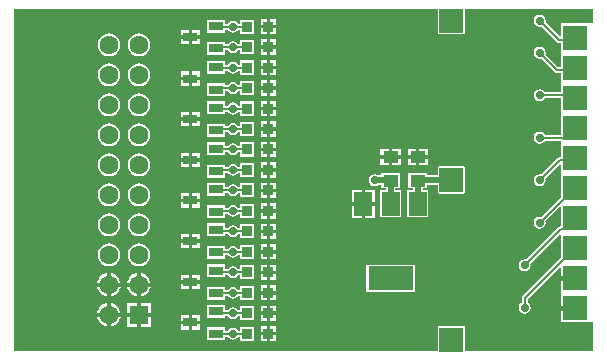
<source format=gbl>
G04*
G04 #@! TF.GenerationSoftware,Altium Limited,Altium Designer,21.9.1 (22)*
G04*
G04 Layer_Physical_Order=2*
G04 Layer_Color=16711680*
%FSLAX25Y25*%
%MOIN*%
G70*
G04*
G04 #@! TF.SameCoordinates,64043ECF-7497-4D4A-912B-FEF69940CDC4*
G04*
G04*
G04 #@! TF.FilePolarity,Positive*
G04*
G01*
G75*
%ADD10C,0.01968*%
%ADD13C,0.00787*%
%ADD24R,0.07874X0.07874*%
%ADD25R,0.03543X0.03543*%
%ADD26C,0.01575*%
%ADD28C,0.06299*%
%ADD29R,0.06299X0.06299*%
%ADD30C,0.02756*%
%ADD31R,0.05118X0.03937*%
%ADD32R,0.14961X0.07874*%
%ADD33R,0.05906X0.07874*%
%ADD34R,0.04724X0.03150*%
%ADD35R,0.07874X0.07912*%
%ADD36R,0.07874X0.07940*%
G36*
X194843Y111417D02*
X184252Y111417D01*
Y107181D01*
X183752Y106974D01*
X179012Y111714D01*
X179109Y112205D01*
X178957Y112973D01*
X178522Y113624D01*
X177870Y114059D01*
X177102Y114212D01*
X176334Y114059D01*
X175683Y113624D01*
X175248Y112973D01*
X175095Y112205D01*
X175248Y111436D01*
X175683Y110785D01*
X176334Y110350D01*
X177102Y110197D01*
X177593Y110295D01*
X182810Y105078D01*
X183135Y104860D01*
X183519Y104784D01*
X184252D01*
X184252Y96791D01*
X183286D01*
X179012Y101065D01*
X179109Y101555D01*
X178957Y102323D01*
X178522Y102974D01*
X177870Y103409D01*
X177102Y103562D01*
X176334Y103409D01*
X175683Y102974D01*
X175248Y102323D01*
X175095Y101555D01*
X175248Y100787D01*
X175683Y100136D01*
X176334Y99701D01*
X177102Y99548D01*
X177593Y99646D01*
X182160Y95078D01*
X182486Y94860D01*
X182870Y94784D01*
X184252D01*
Y88405D01*
X178799D01*
X178522Y88821D01*
X177870Y89256D01*
X177102Y89409D01*
X176334Y89256D01*
X175683Y88821D01*
X175248Y88170D01*
X175095Y87401D01*
X175248Y86633D01*
X175683Y85982D01*
X176334Y85547D01*
X177102Y85394D01*
X177870Y85547D01*
X178522Y85982D01*
X178799Y86398D01*
X184252D01*
Y74232D01*
X178799D01*
X178522Y74647D01*
X177870Y75083D01*
X177102Y75235D01*
X176334Y75083D01*
X175683Y74647D01*
X175248Y73996D01*
X175095Y73228D01*
X175248Y72460D01*
X175683Y71809D01*
X176334Y71374D01*
X177102Y71221D01*
X177870Y71374D01*
X178522Y71809D01*
X178799Y72225D01*
X184252D01*
Y66791D01*
X183835D01*
X183451Y66715D01*
X183125Y66497D01*
X177593Y60965D01*
X177102Y61062D01*
X176334Y60909D01*
X175683Y60474D01*
X175248Y59823D01*
X175095Y59055D01*
X175248Y58287D01*
X175683Y57636D01*
X176334Y57201D01*
X177102Y57048D01*
X177870Y57201D01*
X178522Y57636D01*
X178957Y58287D01*
X179109Y59055D01*
X179012Y59545D01*
X183752Y64285D01*
X184252Y64078D01*
Y53451D01*
X177593Y46791D01*
X177102Y46889D01*
X176334Y46736D01*
X175683Y46301D01*
X175248Y45650D01*
X175095Y44882D01*
X175248Y44114D01*
X175683Y43463D01*
X176334Y43027D01*
X177102Y42875D01*
X177870Y43027D01*
X178522Y43463D01*
X178957Y44114D01*
X179109Y44882D01*
X179012Y45372D01*
X183790Y50150D01*
X184252Y49959D01*
X184252Y43878D01*
X184213D01*
X183829Y43802D01*
X183504Y43584D01*
X172538Y32618D01*
X172047Y32716D01*
X171279Y32563D01*
X170628Y32128D01*
X170193Y31477D01*
X170040Y30709D01*
X170193Y29941D01*
X170628Y29289D01*
X171279Y28854D01*
X172047Y28702D01*
X172815Y28854D01*
X173467Y29289D01*
X173901Y29941D01*
X174054Y30709D01*
X173957Y31199D01*
X183790Y41032D01*
X184252Y40841D01*
Y33250D01*
X171338Y20335D01*
X171120Y20010D01*
X171044Y19626D01*
Y18232D01*
X170628Y17955D01*
X170193Y17303D01*
X170040Y16535D01*
X170193Y15767D01*
X170628Y15116D01*
X171279Y14681D01*
X172047Y14528D01*
X172815Y14681D01*
X173467Y15116D01*
X173901Y15767D01*
X174054Y16535D01*
X173901Y17303D01*
X173467Y17955D01*
X173051Y18232D01*
Y19210D01*
X183790Y29950D01*
X184252Y29758D01*
Y21831D01*
X184252D01*
Y21280D01*
X184252D01*
Y11831D01*
X184252D01*
Y11811D01*
X194843Y11811D01*
Y2007D01*
X152214D01*
Y9881D01*
X152027Y10333D01*
X151575Y10520D01*
X143701D01*
X143249Y10333D01*
X143062Y9881D01*
Y2007D01*
X2007D01*
Y116103D01*
X143062D01*
Y108268D01*
X143249Y107816D01*
X143701Y107629D01*
X151575D01*
X152027Y107816D01*
X152214Y108268D01*
Y116103D01*
X194843D01*
Y111417D01*
D02*
G37*
%LPC*%
G36*
X81890Y112599D02*
X77165D01*
Y111240D01*
X76500D01*
X76222Y111656D01*
X75571Y112091D01*
X74803Y112243D01*
X74035Y112091D01*
X73384Y111656D01*
X73106Y111240D01*
X72244D01*
Y112599D01*
X66339D01*
Y108268D01*
X72244D01*
Y109233D01*
X73106D01*
X73384Y108817D01*
X74035Y108382D01*
X74803Y108229D01*
X75571Y108382D01*
X76222Y108817D01*
X76500Y109233D01*
X77165D01*
Y107874D01*
X81890D01*
Y112599D01*
D02*
G37*
G36*
X89173Y112795D02*
X87205D01*
Y110827D01*
X89173D01*
Y112795D01*
D02*
G37*
G36*
X86024D02*
X84055D01*
Y110827D01*
X86024D01*
Y112795D01*
D02*
G37*
G36*
X89173Y109646D02*
X87205D01*
Y107677D01*
X89173D01*
Y109646D01*
D02*
G37*
G36*
X86024D02*
X84055D01*
Y107677D01*
X86024D01*
Y109646D01*
D02*
G37*
G36*
X63779Y109055D02*
X61221D01*
Y107284D01*
X63779D01*
Y109055D01*
D02*
G37*
G36*
X60039D02*
X57480D01*
Y107284D01*
X60039D01*
Y109055D01*
D02*
G37*
G36*
X81890Y105774D02*
X77165D01*
Y104416D01*
X76500D01*
X76222Y104832D01*
X75571Y105267D01*
X74803Y105419D01*
X74035Y105267D01*
X73384Y104832D01*
X73106Y104416D01*
X72244D01*
Y105118D01*
X66339D01*
Y100788D01*
X72244D01*
Y102409D01*
X73106D01*
X73384Y101993D01*
X74035Y101558D01*
X74803Y101405D01*
X75571Y101558D01*
X76222Y101993D01*
X76500Y102409D01*
X77165D01*
Y101050D01*
X81890D01*
Y105774D01*
D02*
G37*
G36*
X63779Y106103D02*
X61221D01*
Y104331D01*
X63779D01*
Y106103D01*
D02*
G37*
G36*
X60039D02*
X57480D01*
Y104331D01*
X60039D01*
Y106103D01*
D02*
G37*
G36*
X89173Y105971D02*
X87205D01*
Y104003D01*
X89173D01*
Y105971D01*
D02*
G37*
G36*
X86024D02*
X84055D01*
Y104003D01*
X86024D01*
Y105971D01*
D02*
G37*
G36*
X89173Y102822D02*
X87205D01*
Y100853D01*
X89173D01*
Y102822D01*
D02*
G37*
G36*
X86024D02*
X84055D01*
Y100853D01*
X86024D01*
Y102822D01*
D02*
G37*
G36*
X43465Y107946D02*
X42488Y107817D01*
X41578Y107440D01*
X40797Y106841D01*
X40198Y106059D01*
X39821Y105149D01*
X39692Y104173D01*
X39821Y103197D01*
X40198Y102287D01*
X40797Y101506D01*
X41578Y100906D01*
X42488Y100529D01*
X43465Y100401D01*
X44441Y100529D01*
X45351Y100906D01*
X46132Y101506D01*
X46732Y102287D01*
X47108Y103197D01*
X47237Y104173D01*
X47108Y105149D01*
X46732Y106059D01*
X46132Y106841D01*
X45351Y107440D01*
X44441Y107817D01*
X43465Y107946D01*
D02*
G37*
G36*
X33465D02*
X32488Y107817D01*
X31578Y107440D01*
X30797Y106841D01*
X30198Y106059D01*
X29821Y105149D01*
X29692Y104173D01*
X29821Y103197D01*
X30198Y102287D01*
X30797Y101506D01*
X31578Y100906D01*
X32488Y100529D01*
X33465Y100401D01*
X34441Y100529D01*
X35351Y100906D01*
X36132Y101506D01*
X36732Y102287D01*
X37108Y103197D01*
X37237Y104173D01*
X37108Y105149D01*
X36732Y106059D01*
X36132Y106841D01*
X35351Y107440D01*
X34441Y107817D01*
X33465Y107946D01*
D02*
G37*
G36*
X81890Y98950D02*
X77165D01*
Y97592D01*
X76500D01*
X76222Y98007D01*
X75571Y98442D01*
X74803Y98595D01*
X74035Y98442D01*
X73384Y98007D01*
X73106Y97592D01*
X72244D01*
Y98847D01*
X66339D01*
Y94516D01*
X72244D01*
Y95585D01*
X73106D01*
X73384Y95169D01*
X74035Y94734D01*
X74803Y94581D01*
X75571Y94734D01*
X76222Y95169D01*
X76500Y95585D01*
X77165D01*
Y94226D01*
X81890D01*
Y98950D01*
D02*
G37*
G36*
X89173Y99147D02*
X87205D01*
Y97179D01*
X89173D01*
Y99147D01*
D02*
G37*
G36*
X86024D02*
X84055D01*
Y97179D01*
X86024D01*
Y99147D01*
D02*
G37*
G36*
X89173Y95998D02*
X87205D01*
Y94029D01*
X89173D01*
Y95998D01*
D02*
G37*
G36*
X86024D02*
X84055D01*
Y94029D01*
X86024D01*
Y95998D01*
D02*
G37*
G36*
X63779Y95304D02*
X61220D01*
Y93532D01*
X63779D01*
Y95304D01*
D02*
G37*
G36*
X60039D02*
X57480D01*
Y93532D01*
X60039D01*
Y95304D01*
D02*
G37*
G36*
X81890Y92126D02*
X77165D01*
Y90768D01*
X76500D01*
X76222Y91183D01*
X75571Y91618D01*
X74803Y91771D01*
X74035Y91618D01*
X73384Y91183D01*
X73106Y90768D01*
X72244D01*
Y91367D01*
X66339D01*
Y87036D01*
X72244D01*
Y88761D01*
X73106D01*
X73384Y88345D01*
X74035Y87910D01*
X74803Y87757D01*
X75571Y87910D01*
X76222Y88345D01*
X76500Y88761D01*
X77165D01*
Y87402D01*
X81890D01*
Y92126D01*
D02*
G37*
G36*
X63779Y92351D02*
X61220D01*
Y90579D01*
X63779D01*
Y92351D01*
D02*
G37*
G36*
X60039D02*
X57480D01*
Y90579D01*
X60039D01*
Y92351D01*
D02*
G37*
G36*
X43465Y97946D02*
X42488Y97817D01*
X41578Y97440D01*
X40797Y96841D01*
X40198Y96059D01*
X39821Y95149D01*
X39692Y94173D01*
X39821Y93197D01*
X40198Y92287D01*
X40797Y91506D01*
X41578Y90906D01*
X42488Y90529D01*
X43465Y90401D01*
X44441Y90529D01*
X45351Y90906D01*
X46132Y91506D01*
X46732Y92287D01*
X47108Y93197D01*
X47237Y94173D01*
X47108Y95149D01*
X46732Y96059D01*
X46132Y96841D01*
X45351Y97440D01*
X44441Y97817D01*
X43465Y97946D01*
D02*
G37*
G36*
X33465D02*
X32488Y97817D01*
X31578Y97440D01*
X30797Y96841D01*
X30198Y96059D01*
X29821Y95149D01*
X29692Y94173D01*
X29821Y93197D01*
X30198Y92287D01*
X30797Y91506D01*
X31578Y90906D01*
X32488Y90529D01*
X33465Y90401D01*
X34441Y90529D01*
X35351Y90906D01*
X36132Y91506D01*
X36732Y92287D01*
X37108Y93197D01*
X37237Y94173D01*
X37108Y95149D01*
X36732Y96059D01*
X36132Y96841D01*
X35351Y97440D01*
X34441Y97817D01*
X33465Y97946D01*
D02*
G37*
G36*
X89173Y92323D02*
X87205D01*
Y90355D01*
X89173D01*
Y92323D01*
D02*
G37*
G36*
X86024D02*
X84055D01*
Y90355D01*
X86024D01*
Y92323D01*
D02*
G37*
G36*
X89173Y89174D02*
X87205D01*
Y87205D01*
X89173D01*
Y89174D01*
D02*
G37*
G36*
X86024D02*
X84055D01*
Y87205D01*
X86024D01*
Y89174D01*
D02*
G37*
G36*
X81890Y85302D02*
X77165D01*
Y83943D01*
X76500D01*
X76222Y84359D01*
X75571Y84794D01*
X74803Y84947D01*
X74035Y84794D01*
X73384Y84359D01*
X73106Y83943D01*
X72244D01*
Y85293D01*
X66339D01*
Y80962D01*
X72244D01*
Y81936D01*
X73106D01*
X73384Y81521D01*
X74035Y81086D01*
X74803Y80933D01*
X75571Y81086D01*
X76222Y81521D01*
X76500Y81936D01*
X77165D01*
Y80578D01*
X81890D01*
Y85302D01*
D02*
G37*
G36*
X89173Y85499D02*
X87205D01*
Y83530D01*
X89173D01*
Y85499D01*
D02*
G37*
G36*
X86024D02*
X84055D01*
Y83530D01*
X86024D01*
Y85499D01*
D02*
G37*
G36*
X43465Y87946D02*
X42488Y87817D01*
X41578Y87440D01*
X40797Y86841D01*
X40198Y86059D01*
X39821Y85150D01*
X39692Y84173D01*
X39821Y83197D01*
X40198Y82287D01*
X40797Y81506D01*
X41578Y80906D01*
X42488Y80529D01*
X43465Y80401D01*
X44441Y80529D01*
X45351Y80906D01*
X46132Y81506D01*
X46732Y82287D01*
X47108Y83197D01*
X47237Y84173D01*
X47108Y85150D01*
X46732Y86059D01*
X46132Y86841D01*
X45351Y87440D01*
X44441Y87817D01*
X43465Y87946D01*
D02*
G37*
G36*
X33465D02*
X32488Y87817D01*
X31578Y87440D01*
X30797Y86841D01*
X30198Y86059D01*
X29821Y85150D01*
X29692Y84173D01*
X29821Y83197D01*
X30198Y82287D01*
X30797Y81506D01*
X31578Y80906D01*
X32488Y80529D01*
X33465Y80401D01*
X34441Y80529D01*
X35351Y80906D01*
X36132Y81506D01*
X36732Y82287D01*
X37108Y83197D01*
X37237Y84173D01*
X37108Y85150D01*
X36732Y86059D01*
X36132Y86841D01*
X35351Y87440D01*
X34441Y87817D01*
X33465Y87946D01*
D02*
G37*
G36*
X89173Y82349D02*
X87205D01*
Y80381D01*
X89173D01*
Y82349D01*
D02*
G37*
G36*
X86024D02*
X84055D01*
Y80381D01*
X86024D01*
Y82349D01*
D02*
G37*
G36*
X63779Y81749D02*
X61221D01*
Y79978D01*
X63779D01*
Y81749D01*
D02*
G37*
G36*
X60039D02*
X57480D01*
Y79978D01*
X60039D01*
Y81749D01*
D02*
G37*
G36*
X81890Y78478D02*
X77165D01*
Y77119D01*
X76500D01*
X76222Y77535D01*
X75571Y77970D01*
X74803Y78123D01*
X74035Y77970D01*
X73384Y77535D01*
X73106Y77119D01*
X72244D01*
Y77812D01*
X66339D01*
Y73482D01*
X72244D01*
Y75112D01*
X73106D01*
X73384Y74697D01*
X74035Y74261D01*
X74803Y74109D01*
X75571Y74261D01*
X76222Y74697D01*
X76500Y75112D01*
X77165D01*
Y73753D01*
X81890D01*
Y78478D01*
D02*
G37*
G36*
X63779Y78797D02*
X61221D01*
Y77025D01*
X63779D01*
Y78797D01*
D02*
G37*
G36*
X60039D02*
X57480D01*
Y77025D01*
X60039D01*
Y78797D01*
D02*
G37*
G36*
X89173Y78675D02*
X87205D01*
Y76706D01*
X89173D01*
Y78675D01*
D02*
G37*
G36*
X86024D02*
X84055D01*
Y76706D01*
X86024D01*
Y78675D01*
D02*
G37*
G36*
X89173Y75525D02*
X87205D01*
Y73557D01*
X89173D01*
Y75525D01*
D02*
G37*
G36*
X86024D02*
X84055D01*
Y73557D01*
X86024D01*
Y75525D01*
D02*
G37*
G36*
X43465Y77946D02*
X42488Y77817D01*
X41578Y77440D01*
X40797Y76841D01*
X40198Y76059D01*
X39821Y75150D01*
X39692Y74173D01*
X39821Y73197D01*
X40198Y72287D01*
X40797Y71506D01*
X41578Y70906D01*
X42488Y70529D01*
X43465Y70401D01*
X44441Y70529D01*
X45351Y70906D01*
X46132Y71506D01*
X46732Y72287D01*
X47108Y73197D01*
X47237Y74173D01*
X47108Y75150D01*
X46732Y76059D01*
X46132Y76841D01*
X45351Y77440D01*
X44441Y77817D01*
X43465Y77946D01*
D02*
G37*
G36*
X33465D02*
X32488Y77817D01*
X31578Y77440D01*
X30797Y76841D01*
X30198Y76059D01*
X29821Y75150D01*
X29692Y74173D01*
X29821Y73197D01*
X30198Y72287D01*
X30797Y71506D01*
X31578Y70906D01*
X32488Y70529D01*
X33465Y70401D01*
X34441Y70529D01*
X35351Y70906D01*
X36132Y71506D01*
X36732Y72287D01*
X37108Y73197D01*
X37237Y74173D01*
X37108Y75150D01*
X36732Y76059D01*
X36132Y76841D01*
X35351Y77440D01*
X34441Y77817D01*
X33465Y77946D01*
D02*
G37*
G36*
X89173Y71851D02*
X87205D01*
Y69882D01*
X89173D01*
Y71851D01*
D02*
G37*
G36*
X86024D02*
X84055D01*
Y69882D01*
X86024D01*
Y71851D01*
D02*
G37*
G36*
X139764Y69488D02*
X137008D01*
Y67323D01*
X139764D01*
Y69488D01*
D02*
G37*
G36*
X135827D02*
X133071D01*
Y67323D01*
X135827D01*
Y69488D01*
D02*
G37*
G36*
X130709D02*
X127953D01*
Y67323D01*
X130709D01*
Y69488D01*
D02*
G37*
G36*
X126772D02*
X124016D01*
Y67323D01*
X126772D01*
Y69488D01*
D02*
G37*
G36*
X72244Y71738D02*
X66339D01*
Y67407D01*
X72244D01*
Y68288D01*
X73106D01*
X73384Y67872D01*
X74035Y67437D01*
X74803Y67285D01*
X75571Y67437D01*
X76222Y67872D01*
X76500Y68288D01*
X77165D01*
Y66929D01*
X81890D01*
Y71654D01*
X77165D01*
Y70295D01*
X76500D01*
X76222Y70711D01*
X75571Y71146D01*
X74803Y71299D01*
X74035Y71146D01*
X73384Y70711D01*
X73106Y70295D01*
X72244D01*
Y71738D01*
D02*
G37*
G36*
X89173Y68701D02*
X87205D01*
Y66733D01*
X89173D01*
Y68701D01*
D02*
G37*
G36*
X86024D02*
X84055D01*
Y66733D01*
X86024D01*
Y68701D01*
D02*
G37*
G36*
X63779Y68195D02*
X61221D01*
Y66423D01*
X63779D01*
Y68195D01*
D02*
G37*
G36*
X60039D02*
X57480D01*
Y66423D01*
X60039D01*
Y68195D01*
D02*
G37*
G36*
X139764Y66142D02*
X137008D01*
Y63976D01*
X139764D01*
Y66142D01*
D02*
G37*
G36*
X135827D02*
X133071D01*
Y63976D01*
X135827D01*
Y66142D01*
D02*
G37*
G36*
X130709D02*
X127953D01*
Y63976D01*
X130709D01*
Y66142D01*
D02*
G37*
G36*
X126772D02*
X124016D01*
Y63976D01*
X126772D01*
Y66142D01*
D02*
G37*
G36*
X81890Y64830D02*
X77165D01*
Y63471D01*
X76500D01*
X76222Y63887D01*
X75571Y64322D01*
X74803Y64475D01*
X74035Y64322D01*
X73384Y63887D01*
X73106Y63471D01*
X72244D01*
Y64258D01*
X66339D01*
Y59927D01*
X72244D01*
Y61464D01*
X73106D01*
X73384Y61048D01*
X74035Y60613D01*
X74803Y60460D01*
X75571Y60613D01*
X76222Y61048D01*
X76500Y61464D01*
X77165D01*
Y60105D01*
X81890D01*
Y64830D01*
D02*
G37*
G36*
X63779Y65242D02*
X61221D01*
Y63470D01*
X63779D01*
Y65242D01*
D02*
G37*
G36*
X60039D02*
X57480D01*
Y63470D01*
X60039D01*
Y65242D01*
D02*
G37*
G36*
X89173Y65026D02*
X87205D01*
Y63058D01*
X89173D01*
Y65026D01*
D02*
G37*
G36*
X86024D02*
X84055D01*
Y63058D01*
X86024D01*
Y65026D01*
D02*
G37*
G36*
X151575Y63697D02*
X143701D01*
X143249Y63510D01*
X143062Y63058D01*
Y60661D01*
X139567D01*
Y61417D01*
X133268D01*
Y56299D01*
X134812D01*
Y55728D01*
X132874D01*
Y46673D01*
X139961D01*
Y55728D01*
X138023D01*
Y56299D01*
X139567D01*
Y57449D01*
X143062D01*
Y55118D01*
X143249Y54666D01*
X143701Y54479D01*
X151575D01*
X152027Y54666D01*
X152214Y55118D01*
Y63058D01*
X152027Y63510D01*
X151575Y63697D01*
D02*
G37*
G36*
X130512Y61417D02*
X124213D01*
Y60661D01*
X123187D01*
X122815Y60909D01*
X122047Y61062D01*
X121279Y60909D01*
X120628Y60474D01*
X120193Y59823D01*
X120040Y59055D01*
X120193Y58287D01*
X120628Y57636D01*
X121279Y57201D01*
X122047Y57048D01*
X122815Y57201D01*
X123187Y57449D01*
X124213D01*
Y56299D01*
X125757D01*
Y55728D01*
X123819D01*
Y46673D01*
X130905D01*
Y55728D01*
X128968D01*
Y56299D01*
X130512D01*
Y61417D01*
D02*
G37*
G36*
X43465Y67946D02*
X42488Y67817D01*
X41578Y67440D01*
X40797Y66841D01*
X40198Y66059D01*
X39821Y65149D01*
X39692Y64173D01*
X39821Y63197D01*
X40198Y62287D01*
X40797Y61506D01*
X41578Y60906D01*
X42488Y60529D01*
X43465Y60401D01*
X44441Y60529D01*
X45351Y60906D01*
X46132Y61506D01*
X46732Y62287D01*
X47108Y63197D01*
X47237Y64173D01*
X47108Y65149D01*
X46732Y66059D01*
X46132Y66841D01*
X45351Y67440D01*
X44441Y67817D01*
X43465Y67946D01*
D02*
G37*
G36*
X33465D02*
X32488Y67817D01*
X31578Y67440D01*
X30797Y66841D01*
X30198Y66059D01*
X29821Y65149D01*
X29692Y64173D01*
X29821Y63197D01*
X30198Y62287D01*
X30797Y61506D01*
X31578Y60906D01*
X32488Y60529D01*
X33465Y60401D01*
X34441Y60529D01*
X35351Y60906D01*
X36132Y61506D01*
X36732Y62287D01*
X37108Y63197D01*
X37237Y64173D01*
X37108Y65149D01*
X36732Y66059D01*
X36132Y66841D01*
X35351Y67440D01*
X34441Y67817D01*
X33465Y67946D01*
D02*
G37*
G36*
X89173Y61877D02*
X87205D01*
Y59908D01*
X89173D01*
Y61877D01*
D02*
G37*
G36*
X86024D02*
X84055D01*
Y59908D01*
X86024D01*
Y61877D01*
D02*
G37*
G36*
X89173Y58202D02*
X87205D01*
Y56234D01*
X89173D01*
Y58202D01*
D02*
G37*
G36*
X86024D02*
X84055D01*
Y56234D01*
X86024D01*
Y58202D01*
D02*
G37*
G36*
X72244Y58183D02*
X66339D01*
Y53853D01*
X72244D01*
Y54640D01*
X73106D01*
X73384Y54224D01*
X74035Y53789D01*
X74803Y53636D01*
X75571Y53789D01*
X76222Y54224D01*
X76500Y54640D01*
X77165D01*
Y53281D01*
X81890D01*
Y58005D01*
X77165D01*
Y56647D01*
X76500D01*
X76222Y57063D01*
X75571Y57498D01*
X74803Y57650D01*
X74035Y57498D01*
X73384Y57063D01*
X73106Y56647D01*
X72244D01*
Y58183D01*
D02*
G37*
G36*
X89173Y55053D02*
X87205D01*
Y53084D01*
X89173D01*
Y55053D01*
D02*
G37*
G36*
X86024D02*
X84055D01*
Y53084D01*
X86024D01*
Y55053D01*
D02*
G37*
G36*
X63779Y54640D02*
X61221D01*
Y52869D01*
X63779D01*
Y54640D01*
D02*
G37*
G36*
X60039D02*
X57480D01*
Y52869D01*
X60039D01*
Y54640D01*
D02*
G37*
G36*
X122047Y55925D02*
X118897D01*
Y51791D01*
X122047D01*
Y55925D01*
D02*
G37*
G36*
X117716D02*
X114567D01*
Y51791D01*
X117716D01*
Y55925D01*
D02*
G37*
G36*
X43465Y57946D02*
X42488Y57817D01*
X41578Y57440D01*
X40797Y56841D01*
X40198Y56059D01*
X39821Y55150D01*
X39692Y54173D01*
X39821Y53197D01*
X40198Y52287D01*
X40797Y51506D01*
X41578Y50906D01*
X42488Y50529D01*
X43465Y50401D01*
X44441Y50529D01*
X45351Y50906D01*
X46132Y51506D01*
X46732Y52287D01*
X47108Y53197D01*
X47237Y54173D01*
X47108Y55150D01*
X46732Y56059D01*
X46132Y56841D01*
X45351Y57440D01*
X44441Y57817D01*
X43465Y57946D01*
D02*
G37*
G36*
X33465D02*
X32488Y57817D01*
X31578Y57440D01*
X30797Y56841D01*
X30198Y56059D01*
X29821Y55150D01*
X29692Y54173D01*
X29821Y53197D01*
X30198Y52287D01*
X30797Y51506D01*
X31578Y50906D01*
X32488Y50529D01*
X33465Y50401D01*
X34441Y50529D01*
X35351Y50906D01*
X36132Y51506D01*
X36732Y52287D01*
X37108Y53197D01*
X37237Y54173D01*
X37108Y55150D01*
X36732Y56059D01*
X36132Y56841D01*
X35351Y57440D01*
X34441Y57817D01*
X33465Y57946D01*
D02*
G37*
G36*
X63779Y51688D02*
X61221D01*
Y49916D01*
X63779D01*
Y51688D01*
D02*
G37*
G36*
X60039D02*
X57480D01*
Y49916D01*
X60039D01*
Y51688D01*
D02*
G37*
G36*
X81890Y51181D02*
X77165D01*
Y49823D01*
X76500D01*
X76222Y50239D01*
X75571Y50674D01*
X74803Y50826D01*
X74035Y50674D01*
X73384Y50239D01*
X73106Y49823D01*
X72244D01*
Y50703D01*
X66339D01*
Y46373D01*
X72244D01*
Y47816D01*
X73106D01*
X73384Y47400D01*
X74035Y46965D01*
X74803Y46812D01*
X75571Y46965D01*
X76222Y47400D01*
X76500Y47816D01*
X77165D01*
Y46457D01*
X81890D01*
Y51181D01*
D02*
G37*
G36*
X89173Y51378D02*
X87205D01*
Y49410D01*
X89173D01*
Y51378D01*
D02*
G37*
G36*
X86024D02*
X84055D01*
Y49410D01*
X86024D01*
Y51378D01*
D02*
G37*
G36*
X122047Y50610D02*
X118897D01*
Y46476D01*
X122047D01*
Y50610D01*
D02*
G37*
G36*
X117716D02*
X114567D01*
Y46476D01*
X117716D01*
Y50610D01*
D02*
G37*
G36*
X89173Y48229D02*
X87205D01*
Y46260D01*
X89173D01*
Y48229D01*
D02*
G37*
G36*
X86024D02*
X84055D01*
Y46260D01*
X86024D01*
Y48229D01*
D02*
G37*
G36*
X89173Y44554D02*
X87205D01*
Y42586D01*
X89173D01*
Y44554D01*
D02*
G37*
G36*
X86024D02*
X84055D01*
Y42586D01*
X86024D01*
Y44554D01*
D02*
G37*
G36*
X43465Y47946D02*
X42488Y47817D01*
X41578Y47440D01*
X40797Y46841D01*
X40198Y46059D01*
X39821Y45149D01*
X39692Y44173D01*
X39821Y43197D01*
X40198Y42287D01*
X40797Y41506D01*
X41578Y40906D01*
X42488Y40529D01*
X43465Y40401D01*
X44441Y40529D01*
X45351Y40906D01*
X46132Y41506D01*
X46732Y42287D01*
X47108Y43197D01*
X47237Y44173D01*
X47108Y45149D01*
X46732Y46059D01*
X46132Y46841D01*
X45351Y47440D01*
X44441Y47817D01*
X43465Y47946D01*
D02*
G37*
G36*
X33465D02*
X32488Y47817D01*
X31578Y47440D01*
X30797Y46841D01*
X30198Y46059D01*
X29821Y45149D01*
X29692Y44173D01*
X29821Y43197D01*
X30198Y42287D01*
X30797Y41506D01*
X31578Y40906D01*
X32488Y40529D01*
X33465Y40401D01*
X34441Y40529D01*
X35351Y40906D01*
X36132Y41506D01*
X36732Y42287D01*
X37108Y43197D01*
X37237Y44173D01*
X37108Y45149D01*
X36732Y46059D01*
X36132Y46841D01*
X35351Y47440D01*
X34441Y47817D01*
X33465Y47946D01*
D02*
G37*
G36*
X72244Y44629D02*
X66339D01*
Y40298D01*
X72244D01*
Y40992D01*
X73106D01*
X73384Y40576D01*
X74035Y40141D01*
X74803Y39988D01*
X75571Y40141D01*
X76222Y40576D01*
X76500Y40992D01*
X77165D01*
Y39633D01*
X81890D01*
Y44357D01*
X77165D01*
Y42999D01*
X76500D01*
X76222Y43414D01*
X75571Y43849D01*
X74803Y44002D01*
X74035Y43849D01*
X73384Y43414D01*
X73106Y42999D01*
X72244D01*
Y44629D01*
D02*
G37*
G36*
X89173Y41405D02*
X87205D01*
Y39436D01*
X89173D01*
Y41405D01*
D02*
G37*
G36*
X86024D02*
X84055D01*
Y39436D01*
X86024D01*
Y41405D01*
D02*
G37*
G36*
X63779Y41086D02*
X61221D01*
Y39314D01*
X63779D01*
Y41086D01*
D02*
G37*
G36*
X60039D02*
X57480D01*
Y39314D01*
X60039D01*
Y41086D01*
D02*
G37*
G36*
X63779Y38133D02*
X61221D01*
Y36361D01*
X63779D01*
Y38133D01*
D02*
G37*
G36*
X60039D02*
X57480D01*
Y36361D01*
X60039D01*
Y38133D01*
D02*
G37*
G36*
X81890Y37533D02*
X77165D01*
Y36174D01*
X76500D01*
X76222Y36590D01*
X75571Y37025D01*
X74803Y37178D01*
X74035Y37025D01*
X73384Y36590D01*
X73106Y36174D01*
X72244D01*
Y37149D01*
X66339D01*
Y32818D01*
X72244D01*
Y34168D01*
X73106D01*
X73384Y33752D01*
X74035Y33317D01*
X74803Y33164D01*
X75571Y33317D01*
X76222Y33752D01*
X76500Y34168D01*
X77165D01*
Y32809D01*
X81890D01*
Y37533D01*
D02*
G37*
G36*
X89173Y37730D02*
X87205D01*
Y35761D01*
X89173D01*
Y37730D01*
D02*
G37*
G36*
X86024D02*
X84055D01*
Y35761D01*
X86024D01*
Y37730D01*
D02*
G37*
G36*
X89173Y34580D02*
X87205D01*
Y32612D01*
X89173D01*
Y34580D01*
D02*
G37*
G36*
X86024D02*
X84055D01*
Y32612D01*
X86024D01*
Y34580D01*
D02*
G37*
G36*
X43465Y37946D02*
X42488Y37817D01*
X41578Y37440D01*
X40797Y36841D01*
X40198Y36059D01*
X39821Y35149D01*
X39692Y34173D01*
X39821Y33197D01*
X40198Y32287D01*
X40797Y31506D01*
X41578Y30906D01*
X42488Y30529D01*
X43465Y30401D01*
X44441Y30529D01*
X45351Y30906D01*
X46132Y31506D01*
X46732Y32287D01*
X47108Y33197D01*
X47237Y34173D01*
X47108Y35149D01*
X46732Y36059D01*
X46132Y36841D01*
X45351Y37440D01*
X44441Y37817D01*
X43465Y37946D01*
D02*
G37*
G36*
X33465D02*
X32488Y37817D01*
X31578Y37440D01*
X30797Y36841D01*
X30198Y36059D01*
X29821Y35149D01*
X29692Y34173D01*
X29821Y33197D01*
X30198Y32287D01*
X30797Y31506D01*
X31578Y30906D01*
X32488Y30529D01*
X33465Y30401D01*
X34441Y30529D01*
X35351Y30906D01*
X36132Y31506D01*
X36732Y32287D01*
X37108Y33197D01*
X37237Y34173D01*
X37108Y35149D01*
X36732Y36059D01*
X36132Y36841D01*
X35351Y37440D01*
X34441Y37817D01*
X33465Y37946D01*
D02*
G37*
G36*
X89173Y30906D02*
X87205D01*
Y28937D01*
X89173D01*
Y30906D01*
D02*
G37*
G36*
X86024D02*
X84055D01*
Y28937D01*
X86024D01*
Y30906D01*
D02*
G37*
G36*
X72244Y31074D02*
X66339D01*
Y26744D01*
X72244D01*
Y27343D01*
X73106D01*
X73384Y26928D01*
X74035Y26493D01*
X74803Y26340D01*
X75571Y26493D01*
X76222Y26928D01*
X76500Y27343D01*
X77165D01*
Y25984D01*
X81890D01*
Y30709D01*
X77165D01*
Y29350D01*
X76500D01*
X76222Y29766D01*
X75571Y30201D01*
X74803Y30354D01*
X74035Y30201D01*
X73384Y29766D01*
X73106Y29350D01*
X72244D01*
Y31074D01*
D02*
G37*
G36*
X89173Y27756D02*
X87205D01*
Y25788D01*
X89173D01*
Y27756D01*
D02*
G37*
G36*
X86024D02*
X84055D01*
Y25788D01*
X86024D01*
Y27756D01*
D02*
G37*
G36*
X63779Y27531D02*
X61221D01*
Y25760D01*
X63779D01*
Y27531D01*
D02*
G37*
G36*
X60039D02*
X57480D01*
Y25760D01*
X60039D01*
Y27531D01*
D02*
G37*
G36*
X44055Y28066D02*
Y24764D01*
X47358D01*
X47300Y25201D01*
X46903Y26159D01*
X46273Y26981D01*
X45450Y27612D01*
X44492Y28009D01*
X44055Y28066D01*
D02*
G37*
G36*
X34055D02*
Y24764D01*
X37358D01*
X37300Y25201D01*
X36904Y26159D01*
X36272Y26981D01*
X35450Y27612D01*
X34492Y28009D01*
X34055Y28066D01*
D02*
G37*
G36*
X42874Y28066D02*
X42437Y28009D01*
X41479Y27612D01*
X40657Y26981D01*
X40026Y26159D01*
X39629Y25201D01*
X39571Y24764D01*
X42874D01*
Y28066D01*
D02*
G37*
G36*
X32874D02*
X32437Y28009D01*
X31479Y27612D01*
X30657Y26981D01*
X30026Y26159D01*
X29629Y25201D01*
X29571Y24764D01*
X32874D01*
Y28066D01*
D02*
G37*
G36*
X63779Y24578D02*
X61221D01*
Y22807D01*
X63779D01*
Y24578D01*
D02*
G37*
G36*
X60039D02*
X57480D01*
Y22807D01*
X60039D01*
Y24578D01*
D02*
G37*
G36*
X81890Y23885D02*
X77165D01*
Y22526D01*
X76500D01*
X76222Y22942D01*
X75571Y23377D01*
X74803Y23530D01*
X74035Y23377D01*
X73384Y22942D01*
X73106Y22526D01*
X72244D01*
Y23594D01*
X66339D01*
Y19263D01*
X72244D01*
Y20519D01*
X73106D01*
X73384Y20103D01*
X74035Y19668D01*
X74803Y19516D01*
X75571Y19668D01*
X76222Y20103D01*
X76500Y20519D01*
X77165D01*
Y19160D01*
X81890D01*
Y23885D01*
D02*
G37*
G36*
X89173Y24082D02*
X87205D01*
Y22113D01*
X89173D01*
Y24082D01*
D02*
G37*
G36*
X86024D02*
X84055D01*
Y22113D01*
X86024D01*
Y24082D01*
D02*
G37*
G36*
X135433Y30925D02*
X119291D01*
Y21870D01*
X135433D01*
Y30925D01*
D02*
G37*
G36*
X42874Y23583D02*
X39571D01*
X39629Y23145D01*
X40026Y22188D01*
X40657Y21365D01*
X41479Y20734D01*
X42437Y20337D01*
X42874Y20280D01*
Y23583D01*
D02*
G37*
G36*
X32874D02*
X29571D01*
X29629Y23145D01*
X30026Y22188D01*
X30657Y21365D01*
X31479Y20734D01*
X32437Y20337D01*
X32874Y20280D01*
Y23583D01*
D02*
G37*
G36*
X47358D02*
X44055D01*
Y20280D01*
X44492Y20337D01*
X45450Y20734D01*
X46273Y21365D01*
X46903Y22188D01*
X47300Y23145D01*
X47358Y23583D01*
D02*
G37*
G36*
X37358D02*
X34055D01*
Y20280D01*
X34492Y20337D01*
X35450Y20734D01*
X36272Y21365D01*
X36904Y22188D01*
X37300Y23145D01*
X37358Y23583D01*
D02*
G37*
G36*
X89173Y20932D02*
X87205D01*
Y18963D01*
X89173D01*
Y20932D01*
D02*
G37*
G36*
X86024D02*
X84055D01*
Y18963D01*
X86024D01*
Y20932D01*
D02*
G37*
G36*
X89173Y17257D02*
X87205D01*
Y15289D01*
X89173D01*
Y17257D01*
D02*
G37*
G36*
X86024D02*
X84055D01*
Y15289D01*
X86024D01*
Y17257D01*
D02*
G37*
G36*
X47402Y18110D02*
X44055D01*
Y14764D01*
X47402D01*
Y18110D01*
D02*
G37*
G36*
X34055Y18066D02*
Y14764D01*
X37358D01*
X37300Y15201D01*
X36904Y16159D01*
X36272Y16981D01*
X35450Y17612D01*
X34492Y18009D01*
X34055Y18066D01*
D02*
G37*
G36*
X32874Y18066D02*
X32437Y18009D01*
X31479Y17612D01*
X30657Y16981D01*
X30026Y16159D01*
X29629Y15201D01*
X29571Y14764D01*
X32874D01*
Y18066D01*
D02*
G37*
G36*
X42874Y18110D02*
X39528D01*
Y14764D01*
X42874D01*
Y18110D01*
D02*
G37*
G36*
X72244Y17520D02*
X66339D01*
Y13189D01*
X72244D01*
Y13695D01*
X73106D01*
X73384Y13279D01*
X74035Y12844D01*
X74803Y12691D01*
X75571Y12844D01*
X76222Y13279D01*
X76500Y13695D01*
X77165D01*
Y12336D01*
X81890D01*
Y17061D01*
X77165D01*
Y15702D01*
X76500D01*
X76222Y16118D01*
X75571Y16553D01*
X74803Y16706D01*
X74035Y16553D01*
X73384Y16118D01*
X73106Y15702D01*
X72244D01*
Y17520D01*
D02*
G37*
G36*
X63779Y13977D02*
X61221D01*
Y12205D01*
X63779D01*
Y13977D01*
D02*
G37*
G36*
X60039D02*
X57480D01*
Y12205D01*
X60039D01*
Y13977D01*
D02*
G37*
G36*
X89173Y14108D02*
X87205D01*
Y12139D01*
X89173D01*
Y14108D01*
D02*
G37*
G36*
X86024D02*
X84055D01*
Y12139D01*
X86024D01*
Y14108D01*
D02*
G37*
G36*
X32874Y13582D02*
X29571D01*
X29629Y13145D01*
X30026Y12188D01*
X30657Y11365D01*
X31479Y10734D01*
X32437Y10338D01*
X32874Y10280D01*
Y13582D01*
D02*
G37*
G36*
X37358D02*
X34055D01*
Y10280D01*
X34492Y10338D01*
X35450Y10734D01*
X36272Y11365D01*
X36904Y12188D01*
X37300Y13145D01*
X37358Y13582D01*
D02*
G37*
G36*
X47402D02*
X44055D01*
Y10236D01*
X47402D01*
Y13582D01*
D02*
G37*
G36*
X42874D02*
X39528D01*
Y10236D01*
X42874D01*
Y13582D01*
D02*
G37*
G36*
X63779Y11024D02*
X61221D01*
Y9252D01*
X63779D01*
Y11024D01*
D02*
G37*
G36*
X60039D02*
X57480D01*
Y9252D01*
X60039D01*
Y11024D01*
D02*
G37*
G36*
X81890Y10237D02*
X77165D01*
Y8878D01*
X76500D01*
X76222Y9294D01*
X75571Y9729D01*
X74803Y9882D01*
X74035Y9729D01*
X73384Y9294D01*
X73106Y8878D01*
X72244D01*
Y10040D01*
X66339D01*
Y5709D01*
X72244D01*
Y6871D01*
X73106D01*
X73384Y6455D01*
X74035Y6020D01*
X74803Y5867D01*
X75571Y6020D01*
X76222Y6455D01*
X76500Y6871D01*
X77165D01*
Y5512D01*
X81890D01*
Y10237D01*
D02*
G37*
G36*
X89173Y10433D02*
X87205D01*
Y8465D01*
X89173D01*
Y10433D01*
D02*
G37*
G36*
X86024D02*
X84055D01*
Y8465D01*
X86024D01*
Y10433D01*
D02*
G37*
G36*
X89173Y7284D02*
X87205D01*
Y5315D01*
X89173D01*
Y7284D01*
D02*
G37*
G36*
X86024D02*
X84055D01*
Y5315D01*
X86024D01*
Y7284D01*
D02*
G37*
%LPD*%
D10*
X145636Y59055D02*
X145669Y59088D01*
X136417Y59055D02*
X145636D01*
X122047D02*
X127362D01*
X122047Y58842D02*
Y59055D01*
X127362Y51200D02*
Y59055D01*
X136417Y51200D02*
Y59055D01*
D13*
X172047Y19626D02*
X188976Y36555D01*
X172047Y16535D02*
Y19626D01*
X187265Y42875D02*
X190945Y46555D01*
X184213Y42875D02*
X187265D01*
X172047Y30709D02*
X184213Y42875D01*
X69095Y110236D02*
X74803D01*
X69357Y103412D02*
X74803D01*
X68991Y96588D02*
X74803D01*
X69460Y89764D02*
X74803D01*
X69085Y82940D02*
X74803D01*
X69366Y76116D02*
X74803D01*
X69179Y69292D02*
X74803D01*
X69273Y62467D02*
X74803D01*
X69273Y55643D02*
X74803D01*
X69179Y48819D02*
X74803D01*
X69366Y41995D02*
X74803D01*
X69085Y35171D02*
X74803D01*
X69460Y28347D02*
X74803D01*
X68992Y21523D02*
X74803D01*
X69554Y14699D02*
X74803D01*
X68898Y7875D02*
X74803D01*
X68898Y110433D02*
X69095Y110236D01*
X68898Y102953D02*
X69357Y103412D01*
X68898Y96682D02*
X68991Y96588D01*
X68898Y89201D02*
X69460Y89764D01*
X68898Y83127D02*
X69085Y82940D01*
X68898Y75647D02*
X69366Y76116D01*
X68898Y69573D02*
X69179Y69292D01*
X68898Y62092D02*
X69273Y62467D01*
X68898Y56018D02*
X69273Y55643D01*
X68898Y48538D02*
X69179Y48819D01*
X68898Y42464D02*
X69366Y41995D01*
X68898Y34983D02*
X69085Y35171D01*
X68898Y28909D02*
X69460Y28347D01*
X68898Y21429D02*
X68992Y21523D01*
X68898Y15355D02*
X69554Y14699D01*
X68898Y7874D02*
X68898Y7875D01*
X177102Y112205D02*
X183519Y105787D01*
X190177D01*
X188776Y56555D02*
X190945D01*
X177102Y44882D02*
X188776Y56555D01*
X188976Y36555D02*
X190945D01*
X183835Y65787D02*
X190177D01*
X177102Y59055D02*
X183835Y65787D01*
X187618Y73228D02*
X190945Y76555D01*
X177102Y73228D02*
X187618D01*
X188563Y87401D02*
X190177Y85787D01*
X177102Y87401D02*
X188563D01*
X177102Y101555D02*
X182870Y95787D01*
X190177D01*
X74803Y62467D02*
X74803Y62467D01*
X80118Y7875D02*
X80118Y7874D01*
X74803Y7875D02*
X80118D01*
X80118Y14699D02*
X80118Y14698D01*
X74803Y14699D02*
X80118D01*
X74803Y21523D02*
X80118D01*
X74803Y21523D02*
X74803Y21523D01*
X80118Y28347D02*
X80118Y28347D01*
X74803Y28347D02*
X80118D01*
X80118Y35171D02*
X80118Y35171D01*
X74803Y35171D02*
X80118D01*
X80118Y41995D02*
X80118Y41995D01*
X74803Y41995D02*
X80118D01*
X80118Y48819D02*
X80118Y48819D01*
X74803Y48819D02*
X80118D01*
X74803Y55643D02*
X80118D01*
X74803Y55643D02*
X74803Y55643D01*
X74803Y62467D02*
X80118D01*
X74803Y62467D02*
X74803Y62467D01*
X80118Y69292D02*
X80118Y69292D01*
X74803Y69292D02*
X80118D01*
X74803Y76116D02*
X80118D01*
X74803Y76116D02*
X74803Y76116D01*
X74803Y82940D02*
X80118D01*
X74803Y82940D02*
X74803Y82940D01*
X80118Y89764D02*
X80118Y89764D01*
X74803Y89764D02*
X80118D01*
X80118Y96588D02*
X80118Y96588D01*
X74803Y96588D02*
X80118D01*
X74803Y103412D02*
X80118D01*
X80118Y103412D01*
X74803Y110236D02*
X80118D01*
D24*
X188976Y106555D02*
D03*
Y86555D02*
D03*
Y76555D02*
D03*
Y36555D02*
D03*
Y56555D02*
D03*
Y46555D02*
D03*
Y26555D02*
D03*
Y16555D02*
D03*
Y96555D02*
D03*
Y66555D02*
D03*
D25*
X86614Y110236D02*
D03*
X79527D02*
D03*
X86614Y7874D02*
D03*
X79527D02*
D03*
Y14698D02*
D03*
X86614D02*
D03*
Y21523D02*
D03*
X79527D02*
D03*
Y28347D02*
D03*
X86614D02*
D03*
Y35171D02*
D03*
X79527D02*
D03*
Y41995D02*
D03*
X86614D02*
D03*
Y48819D02*
D03*
X79527D02*
D03*
Y55643D02*
D03*
X86614D02*
D03*
Y62467D02*
D03*
X79527D02*
D03*
Y69292D02*
D03*
X86614D02*
D03*
Y76116D02*
D03*
X79527D02*
D03*
Y82940D02*
D03*
X86614D02*
D03*
Y89764D02*
D03*
X79527D02*
D03*
Y96588D02*
D03*
X86614D02*
D03*
Y103412D02*
D03*
X79527D02*
D03*
D26*
X182283Y16555D02*
X188976D01*
X182967Y26555D02*
X188976D01*
D28*
X43465Y104173D02*
D03*
X33465D02*
D03*
X43465Y94173D02*
D03*
X33465D02*
D03*
X43465Y84173D02*
D03*
X33465D02*
D03*
Y74173D02*
D03*
X43465D02*
D03*
Y54173D02*
D03*
Y64173D02*
D03*
X33465D02*
D03*
Y54173D02*
D03*
Y44173D02*
D03*
X43465D02*
D03*
Y34173D02*
D03*
X33465Y24173D02*
D03*
X43465D02*
D03*
X33465Y14173D02*
D03*
Y34173D02*
D03*
D29*
X43465Y14173D02*
D03*
D30*
X122047Y66535D02*
D03*
X118110Y57874D02*
D03*
X112205Y55512D02*
D03*
Y49213D02*
D03*
X182283Y16535D02*
D03*
X182275Y11555D02*
D03*
X121616Y44758D02*
D03*
X122047Y59055D02*
D03*
X90551D02*
D03*
X98425Y84646D02*
D03*
X98425Y27612D02*
D03*
X98425Y104331D02*
D03*
Y47307D02*
D03*
X182275Y21380D02*
D03*
X172047Y30709D02*
D03*
Y16535D02*
D03*
X98425Y64393D02*
D03*
X190945Y114212D02*
D03*
X168504Y5867D02*
D03*
Y12844D02*
D03*
Y20103D02*
D03*
Y27165D02*
D03*
Y34252D02*
D03*
Y41380D02*
D03*
Y48447D02*
D03*
Y55493D02*
D03*
Y62622D02*
D03*
Y69685D02*
D03*
Y76771D02*
D03*
Y83943D02*
D03*
Y90945D02*
D03*
Y98031D02*
D03*
Y105118D02*
D03*
Y112205D02*
D03*
X136221Y108661D02*
D03*
X31496Y112205D02*
D03*
X177102Y112205D02*
D03*
Y44882D02*
D03*
Y59055D02*
D03*
Y73228D02*
D03*
Y87401D02*
D03*
Y101555D02*
D03*
X122047Y104491D02*
D03*
X74803Y7875D02*
D03*
Y14699D02*
D03*
Y21523D02*
D03*
Y28347D02*
D03*
Y35171D02*
D03*
Y41995D02*
D03*
Y48819D02*
D03*
Y55643D02*
D03*
Y62467D02*
D03*
Y69292D02*
D03*
Y76116D02*
D03*
Y82940D02*
D03*
Y89764D02*
D03*
Y96588D02*
D03*
Y103412D02*
D03*
Y110236D02*
D03*
X98425Y7480D02*
D03*
D31*
X136417Y58858D02*
D03*
Y66732D02*
D03*
X127362D02*
D03*
Y58858D02*
D03*
D32*
Y26397D02*
D03*
D33*
X136417Y51200D02*
D03*
X127362D02*
D03*
X118307D02*
D03*
D34*
X69291Y15355D02*
D03*
Y7874D02*
D03*
X60630Y11614D02*
D03*
X69291Y110433D02*
D03*
Y102953D02*
D03*
X60630Y106693D02*
D03*
Y92942D02*
D03*
X69291Y89201D02*
D03*
Y96682D02*
D03*
Y83127D02*
D03*
Y75647D02*
D03*
X60630Y79387D02*
D03*
Y65833D02*
D03*
X69291Y62092D02*
D03*
Y69573D02*
D03*
Y56018D02*
D03*
Y48538D02*
D03*
X60630Y52278D02*
D03*
Y38723D02*
D03*
X69291Y34983D02*
D03*
Y42464D02*
D03*
Y28909D02*
D03*
Y21429D02*
D03*
X60630Y25169D02*
D03*
D35*
X147638Y5925D02*
D03*
Y112224D02*
D03*
D36*
Y59088D02*
D03*
M02*

</source>
